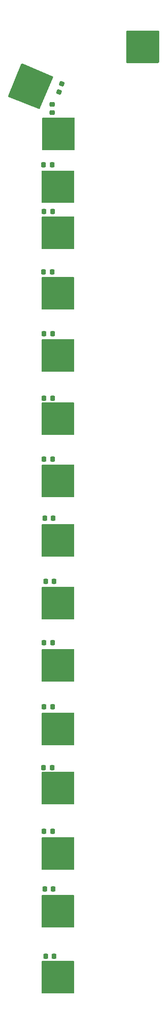
<source format=gbr>
%TF.GenerationSoftware,KiCad,Pcbnew,8.0.2*%
%TF.CreationDate,2025-02-04T18:07:00+01:00*%
%TF.ProjectId,FT25_AMS_VSENS,46543235-5f41-44d5-935f-5653454e532e,rev?*%
%TF.SameCoordinates,Original*%
%TF.FileFunction,Soldermask,Top*%
%TF.FilePolarity,Negative*%
%FSLAX46Y46*%
G04 Gerber Fmt 4.6, Leading zero omitted, Abs format (unit mm)*
G04 Created by KiCad (PCBNEW 8.0.2) date 2025-02-04 18:07:00*
%MOMM*%
%LPD*%
G01*
G04 APERTURE LIST*
G04 Aperture macros list*
%AMRoundRect*
0 Rectangle with rounded corners*
0 $1 Rounding radius*
0 $2 $3 $4 $5 $6 $7 $8 $9 X,Y pos of 4 corners*
0 Add a 4 corners polygon primitive as box body*
4,1,4,$2,$3,$4,$5,$6,$7,$8,$9,$2,$3,0*
0 Add four circle primitives for the rounded corners*
1,1,$1+$1,$2,$3*
1,1,$1+$1,$4,$5*
1,1,$1+$1,$6,$7*
1,1,$1+$1,$8,$9*
0 Add four rect primitives between the rounded corners*
20,1,$1+$1,$2,$3,$4,$5,0*
20,1,$1+$1,$4,$5,$6,$7,0*
20,1,$1+$1,$6,$7,$8,$9,0*
20,1,$1+$1,$8,$9,$2,$3,0*%
G04 Aperture macros list end*
%ADD10RoundRect,0.218750X0.218750X0.256250X-0.218750X0.256250X-0.218750X-0.256250X0.218750X-0.256250X0*%
%ADD11RoundRect,0.218750X-0.218750X-0.256250X0.218750X-0.256250X0.218750X0.256250X-0.218750X0.256250X0*%
%ADD12RoundRect,0.381000X0.381000X-0.762000X0.381000X0.762000X-0.381000X0.762000X-0.381000X-0.762000X0*%
%ADD13RoundRect,0.218750X-0.256250X0.218750X-0.256250X-0.218750X0.256250X-0.218750X0.256250X0.218750X0*%
%ADD14RoundRect,0.381000X-0.381000X0.762000X-0.381000X-0.762000X0.381000X-0.762000X0.381000X0.762000X0*%
%ADD15RoundRect,0.381000X-0.849799X-0.060393X0.558194X-0.643603X0.849799X0.060393X-0.558194X0.643603X0*%
%ADD16RoundRect,0.218750X-0.165979X0.293200X-0.315613X-0.117915X0.165979X-0.293200X0.315613X0.117915X0*%
G04 APERTURE END LIST*
D10*
%TO.C,F4*%
X198887500Y-148900000D03*
X197312500Y-148900000D03*
%TD*%
D11*
%TO.C,F8*%
X197512500Y-229900000D03*
X199087500Y-229900000D03*
%TD*%
D10*
%TO.C,F2*%
X198687500Y-103300000D03*
X197112500Y-103300000D03*
%TD*%
D12*
%TO.C,J12*%
X199750000Y-198600000D03*
%TD*%
%TO.C,J17*%
X199750000Y-87350000D03*
%TD*%
%TO.C,J16*%
X199750000Y-107100000D03*
%TD*%
D13*
%TO.C,F15*%
X198700000Y-72312499D03*
X198700000Y-73887501D03*
%TD*%
D14*
%TO.C,J11*%
X199750000Y-221850000D03*
%TD*%
D12*
%TO.C,J4*%
X199950000Y-95942699D03*
%TD*%
%TO.C,J9*%
X199776785Y-210600000D03*
%TD*%
D10*
%TO.C,F5*%
X198787500Y-171900000D03*
X197212500Y-171900000D03*
%TD*%
D11*
%TO.C,F11*%
X197512500Y-160600000D03*
X199087500Y-160600000D03*
%TD*%
D10*
%TO.C,F1*%
X198687501Y-83500000D03*
X197112499Y-83500000D03*
%TD*%
D12*
%TO.C,J8*%
X199776785Y-187657301D03*
%TD*%
%TO.C,J1*%
X215800000Y-62000000D03*
%TD*%
D10*
%TO.C,F6*%
X198687500Y-195000000D03*
X197112500Y-195000000D03*
%TD*%
D15*
%TO.C,J2*%
X194500000Y-69200000D03*
%TD*%
D16*
%TO.C,F16*%
X200519340Y-68559992D03*
X199980660Y-70040008D03*
%TD*%
D11*
%TO.C,F10*%
X197212500Y-183800000D03*
X198787500Y-183800000D03*
%TD*%
%TO.C,F9*%
X197212500Y-206800000D03*
X198787500Y-206800000D03*
%TD*%
%TO.C,F14*%
X197212500Y-92200000D03*
X198787500Y-92200000D03*
%TD*%
%TO.C,F12*%
X197212500Y-138000000D03*
X198787500Y-138000000D03*
%TD*%
D12*
%TO.C,J6*%
X199750000Y-141600000D03*
%TD*%
D14*
%TO.C,J14*%
X199750000Y-153100000D03*
%TD*%
%TO.C,J10*%
X199750000Y-233600000D03*
%TD*%
%TO.C,J13*%
X199750000Y-175850000D03*
%TD*%
D10*
%TO.C,F3*%
X198787500Y-126700000D03*
X197212500Y-126700000D03*
%TD*%
D12*
%TO.C,J5*%
X199750000Y-118600000D03*
%TD*%
D11*
%TO.C,F13*%
X197212500Y-114800000D03*
X198787500Y-114800000D03*
%TD*%
D12*
%TO.C,J7*%
X199776785Y-164407301D03*
%TD*%
D14*
%TO.C,J15*%
X199750000Y-130600000D03*
%TD*%
D11*
%TO.C,F7*%
X197312500Y-217500000D03*
X198887500Y-217500000D03*
%TD*%
D12*
%TO.C,J3*%
X200000000Y-78100000D03*
%TD*%
G36*
X202743039Y-161612384D02*
G01*
X202788794Y-161665188D01*
X202800000Y-161716699D01*
X202800000Y-167468699D01*
X202780315Y-167535738D01*
X202727511Y-167581493D01*
X202676000Y-167592699D01*
X196874000Y-167592699D01*
X196806961Y-167573014D01*
X196761206Y-167520210D01*
X196750000Y-167468699D01*
X196750000Y-161716699D01*
X196769685Y-161649660D01*
X196822489Y-161603905D01*
X196874000Y-161592699D01*
X202676000Y-161592699D01*
X202743039Y-161612384D01*
G37*
G36*
X218443039Y-58712384D02*
G01*
X218488794Y-58765188D01*
X218500000Y-58816699D01*
X218500000Y-64488315D01*
X218480315Y-64555354D01*
X218447124Y-64589889D01*
X218332325Y-64670273D01*
X218266119Y-64692601D01*
X218261201Y-64692699D01*
X212574000Y-64692699D01*
X212506961Y-64673014D01*
X212461206Y-64620210D01*
X212450000Y-64568699D01*
X212450000Y-58816699D01*
X212469685Y-58749660D01*
X212522489Y-58703905D01*
X212574000Y-58692699D01*
X218376000Y-58692699D01*
X218443039Y-58712384D01*
G37*
G36*
X202743039Y-150012384D02*
G01*
X202788794Y-150065188D01*
X202800000Y-150116699D01*
X202800000Y-155868699D01*
X202780315Y-155935738D01*
X202727511Y-155981493D01*
X202676000Y-155992699D01*
X196874000Y-155992699D01*
X196806961Y-155973014D01*
X196761206Y-155920210D01*
X196750000Y-155868699D01*
X196750000Y-150116699D01*
X196769685Y-150049660D01*
X196822489Y-150003905D01*
X196874000Y-149992699D01*
X202676000Y-149992699D01*
X202743039Y-150012384D01*
G37*
G36*
X202816254Y-74812384D02*
G01*
X202862009Y-74865188D01*
X202873215Y-74916699D01*
X202873215Y-80668699D01*
X202853530Y-80735738D01*
X202800726Y-80781493D01*
X202749215Y-80792699D01*
X196947215Y-80792699D01*
X196880176Y-80773014D01*
X196834421Y-80720210D01*
X196823215Y-80668699D01*
X196823215Y-74916699D01*
X196842900Y-74849660D01*
X196895704Y-74803905D01*
X196947215Y-74792699D01*
X202749215Y-74792699D01*
X202816254Y-74812384D01*
G37*
G36*
X202743039Y-84612384D02*
G01*
X202788794Y-84665188D01*
X202800000Y-84716699D01*
X202800000Y-90468699D01*
X202780315Y-90535738D01*
X202727511Y-90581493D01*
X202676000Y-90592699D01*
X196874000Y-90592699D01*
X196806961Y-90573014D01*
X196761206Y-90520210D01*
X196750000Y-90468699D01*
X196750000Y-84716699D01*
X196769685Y-84649660D01*
X196822489Y-84603905D01*
X196874000Y-84592699D01*
X202676000Y-84592699D01*
X202743039Y-84612384D01*
G37*
G36*
X202743039Y-104312384D02*
G01*
X202788794Y-104365188D01*
X202800000Y-104416699D01*
X202800000Y-110168699D01*
X202780315Y-110235738D01*
X202727511Y-110281493D01*
X202676000Y-110292699D01*
X196874000Y-110292699D01*
X196806961Y-110273014D01*
X196761206Y-110220210D01*
X196750000Y-110168699D01*
X196750000Y-104416699D01*
X196769685Y-104349660D01*
X196822489Y-104303905D01*
X196874000Y-104292699D01*
X202676000Y-104292699D01*
X202743039Y-104312384D01*
G37*
G36*
X202743039Y-93112384D02*
G01*
X202788794Y-93165188D01*
X202800000Y-93216699D01*
X202800000Y-98968699D01*
X202780315Y-99035738D01*
X202727511Y-99081493D01*
X202676000Y-99092699D01*
X196874000Y-99092699D01*
X196806961Y-99073014D01*
X196761206Y-99020210D01*
X196750000Y-98968699D01*
X196750000Y-93216699D01*
X196769685Y-93149660D01*
X196822489Y-93103905D01*
X196874000Y-93092699D01*
X202676000Y-93092699D01*
X202743039Y-93112384D01*
G37*
G36*
X202743039Y-184912384D02*
G01*
X202788794Y-184965188D01*
X202800000Y-185016699D01*
X202800000Y-190768699D01*
X202780315Y-190835738D01*
X202727511Y-190881493D01*
X202676000Y-190892699D01*
X196874000Y-190892699D01*
X196806961Y-190873014D01*
X196761206Y-190820210D01*
X196750000Y-190768699D01*
X196750000Y-185016699D01*
X196769685Y-184949660D01*
X196822489Y-184903905D01*
X196874000Y-184892699D01*
X202676000Y-184892699D01*
X202743039Y-184912384D01*
G37*
G36*
X202743039Y-207912384D02*
G01*
X202788794Y-207965188D01*
X202800000Y-208016699D01*
X202800000Y-213768699D01*
X202780315Y-213835738D01*
X202727511Y-213881493D01*
X202676000Y-213892699D01*
X196874000Y-213892699D01*
X196806961Y-213873014D01*
X196761206Y-213820210D01*
X196750000Y-213768699D01*
X196750000Y-208016699D01*
X196769685Y-207949660D01*
X196822489Y-207903905D01*
X196874000Y-207892699D01*
X202676000Y-207892699D01*
X202743039Y-207912384D01*
G37*
G36*
X202743039Y-218612384D02*
G01*
X202788794Y-218665188D01*
X202800000Y-218716699D01*
X202800000Y-224468699D01*
X202780315Y-224535738D01*
X202727511Y-224581493D01*
X202676000Y-224592699D01*
X196874000Y-224592699D01*
X196806961Y-224573014D01*
X196761206Y-224520210D01*
X196750000Y-224468699D01*
X196750000Y-218716699D01*
X196769685Y-218649660D01*
X196822489Y-218603905D01*
X196874000Y-218592699D01*
X202676000Y-218592699D01*
X202743039Y-218612384D01*
G37*
G36*
X202743039Y-139012384D02*
G01*
X202788794Y-139065188D01*
X202800000Y-139116699D01*
X202800000Y-144868699D01*
X202780315Y-144935738D01*
X202727511Y-144981493D01*
X202676000Y-144992699D01*
X196874000Y-144992699D01*
X196806961Y-144973014D01*
X196761206Y-144920210D01*
X196750000Y-144868699D01*
X196750000Y-139116699D01*
X196769685Y-139049660D01*
X196822489Y-139003905D01*
X196874000Y-138992699D01*
X202676000Y-138992699D01*
X202743039Y-139012384D01*
G37*
G36*
X202743039Y-115812384D02*
G01*
X202788794Y-115865188D01*
X202800000Y-115916699D01*
X202800000Y-121668699D01*
X202780315Y-121735738D01*
X202727511Y-121781493D01*
X202676000Y-121792699D01*
X196874000Y-121792699D01*
X196806961Y-121773014D01*
X196761206Y-121720210D01*
X196750000Y-121668699D01*
X196750000Y-115916699D01*
X196769685Y-115849660D01*
X196822489Y-115803905D01*
X196874000Y-115792699D01*
X202676000Y-115792699D01*
X202743039Y-115812384D01*
G37*
G36*
X202743039Y-230812384D02*
G01*
X202788794Y-230865188D01*
X202800000Y-230916699D01*
X202800000Y-236668699D01*
X202780315Y-236735738D01*
X202727511Y-236781493D01*
X202676000Y-236792699D01*
X196874000Y-236792699D01*
X196806961Y-236773014D01*
X196761206Y-236720210D01*
X196750000Y-236668699D01*
X196750000Y-230916699D01*
X196769685Y-230849660D01*
X196822489Y-230803905D01*
X196874000Y-230792699D01*
X202676000Y-230792699D01*
X202743039Y-230812384D01*
G37*
G36*
X202743039Y-173112384D02*
G01*
X202788794Y-173165188D01*
X202800000Y-173216699D01*
X202800000Y-178968699D01*
X202780315Y-179035738D01*
X202727511Y-179081493D01*
X202676000Y-179092699D01*
X196874000Y-179092699D01*
X196806961Y-179073014D01*
X196761206Y-179020210D01*
X196750000Y-178968699D01*
X196750000Y-173216699D01*
X196769685Y-173149660D01*
X196822489Y-173103905D01*
X196874000Y-173092699D01*
X202676000Y-173092699D01*
X202743039Y-173112384D01*
G37*
G36*
X202743039Y-127512384D02*
G01*
X202788794Y-127565188D01*
X202800000Y-127616699D01*
X202800000Y-133368699D01*
X202780315Y-133435738D01*
X202727511Y-133481493D01*
X202676000Y-133492699D01*
X196874000Y-133492699D01*
X196806961Y-133473014D01*
X196761206Y-133420210D01*
X196750000Y-133368699D01*
X196750000Y-127616699D01*
X196769685Y-127549660D01*
X196822489Y-127503905D01*
X196874000Y-127492699D01*
X202676000Y-127492699D01*
X202743039Y-127512384D01*
G37*
G36*
X193297994Y-64808008D02*
G01*
X198786955Y-67151731D01*
X198840880Y-67196160D01*
X198862224Y-67262689D01*
X198852724Y-67313462D01*
X196446604Y-73088149D01*
X196402649Y-73142461D01*
X196336309Y-73164387D01*
X196287104Y-73155989D01*
X190673277Y-70967548D01*
X190617966Y-70924858D01*
X190615901Y-70921925D01*
X190575545Y-70862805D01*
X190554007Y-70796338D01*
X190563236Y-70745837D01*
X192969050Y-64880762D01*
X193012703Y-64826208D01*
X193078921Y-64803916D01*
X193079450Y-64803896D01*
X193244978Y-64798122D01*
X193297994Y-64808008D01*
G37*
G36*
X202743039Y-195812384D02*
G01*
X202788794Y-195865188D01*
X202800000Y-195916699D01*
X202800000Y-201668699D01*
X202780315Y-201735738D01*
X202727511Y-201781493D01*
X202676000Y-201792699D01*
X196874000Y-201792699D01*
X196806961Y-201773014D01*
X196761206Y-201720210D01*
X196750000Y-201668699D01*
X196750000Y-195916699D01*
X196769685Y-195849660D01*
X196822489Y-195803905D01*
X196874000Y-195792699D01*
X202676000Y-195792699D01*
X202743039Y-195812384D01*
G37*
M02*

</source>
